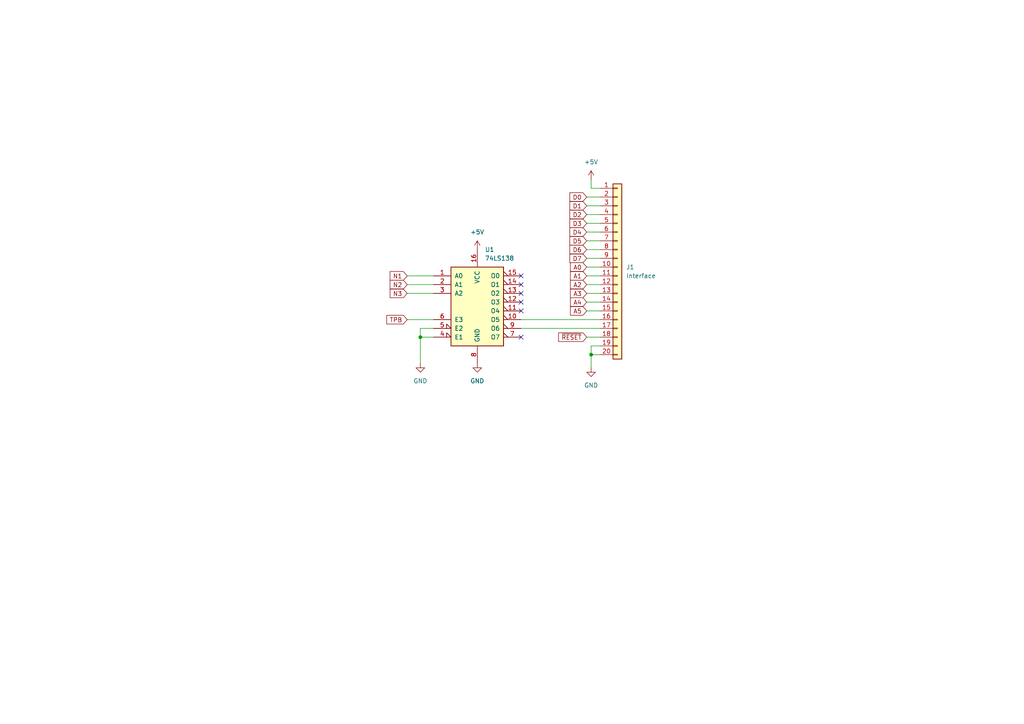
<source format=kicad_sch>
(kicad_sch (version 20231120) (generator "eeschema") (generator_version "8.0")
  (paper "A4")
  (lib_symbols
    (symbol "74xx:74LS138" (pin_names (offset 1.016))
      (property "Reference" "U" (at -7.62 11.43 0))
      (property "Value" "74LS138" (at -7.62 -13.97 0))
      (symbol "74LS138_1_0"
        (pin input line (at -12.7 7.62 0) (length 5.08) (name "A0") (number "1"))
        (pin output output_low (at 12.7 -5.08 180) (length 5.08) (name "O5") (number "10"))
        (pin output output_low (at 12.7 -2.54 180) (length 5.08) (name "O4") (number "11"))
        (pin output output_low (at 12.7 0 180) (length 5.08) (name "O3") (number "12"))
        (pin output output_low (at 12.7 2.54 180) (length 5.08) (name "O2") (number "13"))
        (pin output output_low (at 12.7 5.08 180) (length 5.08) (name "O1") (number "14"))
        (pin output output_low (at 12.7 7.62 180) (length 5.08) (name "O0") (number "15"))
        (pin power_in line (at 0 15.24 270) (length 5.08) (name "VCC") (number "16"))
        (pin input line (at -12.7 5.08 0) (length 5.08) (name "A1") (number "2"))
        (pin input line (at -12.7 2.54 0) (length 5.08) (name "A2") (number "3"))
        (pin input input_low (at -12.7 -10.16 0) (length 5.08) (name "E1") (number "4"))
        (pin input input_low (at -12.7 -7.62 0) (length 5.08) (name "E2") (number "5"))
        (pin input line (at -12.7 -5.08 0) (length 5.08) (name "E3") (number "6"))
        (pin output output_low (at 12.7 -10.16 180) (length 5.08) (name "O7") (number "7"))
        (pin power_in line (at 0 -17.78 90) (length 5.08) (name "GND") (number "8"))
        (pin output output_low (at 12.7 -7.62 180) (length 5.08) (name "O6") (number "9"))
      )
      (symbol "74LS138_1_1"
        (rectangle (start -7.62 10.16) (end 7.62 -12.7) (stroke (width 0.254)) (fill (type background)))
      )
    )
    (symbol "Connector_Generic:Conn_01x20" (pin_names (offset 1.016) hide)
      (property "Reference" "J" (at 0 25.4 0))
      (property "Value" "Conn_01x20" (at 0 -27.94 0))
      (symbol "Conn_01x20_1_1"
        (rectangle (start -1.27 -25.273) (end 0 -25.527) (stroke (width 0.1524)))
        (rectangle (start -1.27 -22.733) (end 0 -22.987) (stroke (width 0.1524)))
        (rectangle (start -1.27 -20.193) (end 0 -20.447) (stroke (width 0.1524)))
        (rectangle (start -1.27 -17.653) (end 0 -17.907) (stroke (width 0.1524)))
        (rectangle (start -1.27 -15.113) (end 0 -15.367) (stroke (width 0.1524)))
        (rectangle (start -1.27 -12.573) (end 0 -12.827) (stroke (width 0.1524)))
        (rectangle (start -1.27 -10.033) (end 0 -10.287) (stroke (width 0.1524)))
        (rectangle (start -1.27 -7.493) (end 0 -7.747) (stroke (width 0.1524)))
        (rectangle (start -1.27 -4.953) (end 0 -5.207) (stroke (width 0.1524)))
        (rectangle (start -1.27 -2.413) (end 0 -2.667) (stroke (width 0.1524)))
        (rectangle (start -1.27 0.127) (end 0 -0.127) (stroke (width 0.1524)))
        (rectangle (start -1.27 2.667) (end 0 2.413) (stroke (width 0.1524)))
        (rectangle (start -1.27 5.207) (end 0 4.953) (stroke (width 0.1524)))
        (rectangle (start -1.27 7.747) (end 0 7.493) (stroke (width 0.1524)))
        (rectangle (start -1.27 10.287) (end 0 10.033) (stroke (width 0.1524)))
        (rectangle (start -1.27 12.827) (end 0 12.573) (stroke (width 0.1524)))
        (rectangle (start -1.27 15.367) (end 0 15.113) (stroke (width 0.1524)))
        (rectangle (start -1.27 17.907) (end 0 17.653) (stroke (width 0.1524)))
        (rectangle (start -1.27 20.447) (end 0 20.193) (stroke (width 0.1524)))
        (rectangle (start -1.27 22.987) (end 0 22.733) (stroke (width 0.1524)))
        (rectangle (start -1.27 24.13) (end 1.27 -26.67) (stroke (width 0.254)) (fill (type background)))
        (pin passive line (at -5.08 22.86 0) (length 3.81) (name "Pin_1") (number "1"))
        (pin passive line (at -5.08 0 0) (length 3.81) (name "Pin_10") (number "10"))
        (pin passive line (at -5.08 -2.54 0) (length 3.81) (name "Pin_11") (number "11"))
        (pin passive line (at -5.08 -5.08 0) (length 3.81) (name "Pin_12") (number "12"))
        (pin passive line (at -5.08 -7.62 0) (length 3.81) (name "Pin_13") (number "13"))
        (pin passive line (at -5.08 -10.16 0) (length 3.81) (name "Pin_14") (number "14"))
        (pin passive line (at -5.08 -12.7 0) (length 3.81) (name "Pin_15") (number "15"))
        (pin passive line (at -5.08 -15.24 0) (length 3.81) (name "Pin_16") (number "16"))
        (pin passive line (at -5.08 -17.78 0) (length 3.81) (name "Pin_17") (number "17"))
        (pin passive line (at -5.08 -20.32 0) (length 3.81) (name "Pin_18") (number "18"))
        (pin passive line (at -5.08 -22.86 0) (length 3.81) (name "Pin_19") (number "19"))
        (pin passive line (at -5.08 20.32 0) (length 3.81) (name "Pin_2") (number "2"))
        (pin passive line (at -5.08 -25.4 0) (length 3.81) (name "Pin_20") (number "20"))
        (pin passive line (at -5.08 17.78 0) (length 3.81) (name "Pin_3") (number "3"))
        (pin passive line (at -5.08 15.24 0) (length 3.81) (name "Pin_4") (number "4"))
        (pin passive line (at -5.08 12.7 0) (length 3.81) (name "Pin_5") (number "5"))
        (pin passive line (at -5.08 10.16 0) (length 3.81) (name "Pin_6") (number "6"))
        (pin passive line (at -5.08 7.62 0) (length 3.81) (name "Pin_7") (number "7"))
        (pin passive line (at -5.08 5.08 0) (length 3.81) (name "Pin_8") (number "8"))
        (pin passive line (at -5.08 2.54 0) (length 3.81) (name "Pin_9") (number "9"))
      )
    )
    (symbol "power:+5V" (power) (pin_numbers hide) (pin_names (offset 0) hide)
      (property "Value" "+5V" (at 0 3.556 0))
      (symbol "+5V_0_1"
        (polyline (pts (xy -0.762 1.27) (xy 0 2.54)))
        (polyline (pts (xy 0 0) (xy 0 2.54)))
        (polyline (pts (xy 0 2.54) (xy 0.762 1.27)))
      )
      (symbol "+5V_1_1"
        (pin power_in line (at 0 0 90) (length 0) (name "~") (number "1"))
      )
    )
    (symbol "power:GND" (power) (pin_numbers hide) (pin_names (offset 0) hide)
      (property "Value" "GND" (at 0 -3.81 0))
      (symbol "GND_0_1"
        (polyline (pts (xy 0 0) (xy 0 -1.27) (xy 1.27 -1.27) (xy 0 -2.54) (xy -1.27 -1.27) (xy 0 -1.27)))
      )
      (symbol "GND_1_1"
        (pin power_in line (at 0 0 270) (length 0) (name "~") (number "1"))
      )
    )
  )
  (junction (at 121.92 97.79))
  (junction (at 171.45 102.87))
  (no_connect (at 151.13 80.01))
  (no_connect (at 151.13 85.09))
  (no_connect (at 151.13 87.63))
  (no_connect (at 151.13 82.55))
  (no_connect (at 151.13 90.17))
  (no_connect (at 151.13 97.79))
  (wire (pts (xy 121.92 97.79) (xy 125.73 97.79)))
  (wire (pts (xy 170.18 85.09) (xy 173.99 85.09)))
  (wire (pts (xy 170.18 67.31) (xy 173.99 67.31)))
  (wire (pts (xy 170.18 59.69) (xy 173.99 59.69)))
  (wire (pts (xy 171.45 100.33) (xy 173.99 100.33)))
  (wire (pts (xy 170.18 80.01) (xy 173.99 80.01)))
  (wire (pts (xy 170.18 69.85) (xy 173.99 69.85)))
  (wire (pts (xy 118.11 80.01) (xy 125.73 80.01)))
  (wire (pts (xy 151.13 95.25) (xy 173.99 95.25)))
  (wire (pts (xy 171.45 106.68) (xy 171.45 102.87)))
  (wire (pts (xy 170.18 90.17) (xy 173.99 90.17)))
  (wire (pts (xy 171.45 102.87) (xy 173.99 102.87)))
  (wire (pts (xy 170.18 62.23) (xy 173.99 62.23)))
  (wire (pts (xy 171.45 102.87) (xy 171.45 100.33)))
  (wire (pts (xy 170.18 57.15) (xy 173.99 57.15)))
  (wire (pts (xy 170.18 74.93) (xy 173.99 74.93)))
  (wire (pts (xy 121.92 95.25) (xy 125.73 95.25)))
  (wire (pts (xy 170.18 87.63) (xy 173.99 87.63)))
  (wire (pts (xy 121.92 105.41) (xy 121.92 97.79)))
  (wire (pts (xy 171.45 54.61) (xy 171.45 52.07)))
  (wire (pts (xy 173.99 54.61) (xy 171.45 54.61)))
  (wire (pts (xy 170.18 82.55) (xy 173.99 82.55)))
  (wire (pts (xy 118.11 92.71) (xy 125.73 92.71)))
  (wire (pts (xy 170.18 77.47) (xy 173.99 77.47)))
  (wire (pts (xy 118.11 82.55) (xy 125.73 82.55)))
  (wire (pts (xy 121.92 97.79) (xy 121.92 95.25)))
  (wire (pts (xy 151.13 92.71) (xy 173.99 92.71)))
  (wire (pts (xy 170.18 64.77) (xy 173.99 64.77)))
  (wire (pts (xy 118.11 85.09) (xy 125.73 85.09)))
  (wire (pts (xy 170.18 72.39) (xy 173.99 72.39)))
  (wire (pts (xy 170.18 97.79) (xy 173.99 97.79)))
  (global_label "A1" (shape input) (at 170.18 80.01 180) (property "Intersheetrefs" "${INTERSHEET_REFS}" (effects (hide yes))))
  (global_label "D1" (shape input) (at 170.18 59.69 180) (property "Intersheetrefs" "${INTERSHEET_REFS}" (effects (hide yes))))
  (global_label "D4" (shape input) (at 170.18 67.31 180) (property "Intersheetrefs" "${INTERSHEET_REFS}" (effects (hide yes))))
  (global_label "D5" (shape input) (at 170.18 69.85 180) (property "Intersheetrefs" "${INTERSHEET_REFS}" (effects (hide yes))))
  (global_label "D0" (shape input) (at 170.18 57.15 180) (property "Intersheetrefs" "${INTERSHEET_REFS}" (effects (hide yes))))
  (global_label "D2" (shape input) (at 170.18 62.23 180) (property "Intersheetrefs" "${INTERSHEET_REFS}" (effects (hide yes))))
  (global_label "D3" (shape input) (at 170.18 64.77 180) (property "Intersheetrefs" "${INTERSHEET_REFS}" (effects (hide yes))))
  (global_label "TPB" (shape input) (at 118.11 92.71 180) (property "Intersheetrefs" "${INTERSHEET_REFS}" (effects (hide yes))))
  (global_label "N2" (shape input) (at 118.11 82.55 180) (property "Intersheetrefs" "${INTERSHEET_REFS}" (effects (hide yes))))
  (global_label "N3" (shape input) (at 118.11 85.09 180) (property "Intersheetrefs" "${INTERSHEET_REFS}" (effects (hide yes))))
  (global_label "A4" (shape input) (at 170.18 87.63 180) (property "Intersheetrefs" "${INTERSHEET_REFS}" (effects (hide yes))))
  (global_label "D7" (shape input) (at 170.18 74.93 180) (property "Intersheetrefs" "${INTERSHEET_REFS}" (effects (hide yes))))
  (global_label "~{RESET}" (shape input) (at 170.18 97.79 180) (property "Intersheetrefs" "${INTERSHEET_REFS}" (effects (hide yes))))
  (global_label "A0" (shape input) (at 170.18 77.47 180) (property "Intersheetrefs" "${INTERSHEET_REFS}" (effects (hide yes))))
  (global_label "A3" (shape input) (at 170.18 85.09 180) (property "Intersheetrefs" "${INTERSHEET_REFS}" (effects (hide yes))))
  (global_label "A2" (shape input) (at 170.18 82.55 180) (property "Intersheetrefs" "${INTERSHEET_REFS}" (effects (hide yes))))
  (global_label "D6" (shape input) (at 170.18 72.39 180) (property "Intersheetrefs" "${INTERSHEET_REFS}" (effects (hide yes))))
  (global_label "A5" (shape input) (at 170.18 90.17 180) (property "Intersheetrefs" "${INTERSHEET_REFS}" (effects (hide yes))))
  (global_label "N1" (shape input) (at 118.11 80.01 180) (property "Intersheetrefs" "${INTERSHEET_REFS}" (effects (hide yes))))
  (symbol (lib_id "power:GND") (at 121.92 105.41 0) (unit 1)
    (property "Reference" "#PWR5" (effects (hide yes)))
    (property "Value" "GND" (at 121.92 110.49 0))
    (property "Description" "Power symbol creates a global label with name \"GND\" , ground" (effects (hide yes)))
  )
  (symbol (lib_id "Connector_Generic:Conn_01x20") (at 179.07 77.47 0) (unit 1)
    (property "Reference" "J1" (at 181.61 77.4699 0) (effects (justify left)))
    (property "Value" "Interface" (at 181.61 80.0099 0) (effects (justify left)))
    (property "Description" "Generic connector, single row, 01x20, script generated (kicad-library-utils/schlib/autogen/connector/)" (effects (hide yes)))
  )
  (symbol (lib_id "power:+5V") (at 171.45 52.07 0) (unit 1)
    (property "Reference" "#PWR4" (effects (hide yes)))
    (property "Value" "+5V" (at 171.45 46.99 0))
    (property "Description" "Power symbol creates a global label with name \"+5V\"" (effects (hide yes)))
  )
  (symbol (lib_id "power:+5V") (at 138.43 72.39 0) (unit 1)
    (property "Reference" "#PWR2" (effects (hide yes)))
    (property "Value" "+5V" (at 138.43 67.31 0))
    (property "Description" "Power symbol creates a global label with name \"+5V\"" (effects (hide yes)))
  )
  (symbol (lib_id "power:GND") (at 138.43 105.41 0) (unit 1)
    (property "Reference" "#PWR1" (effects (hide yes)))
    (property "Value" "GND" (at 138.43 110.49 0))
    (property "Description" "Power symbol creates a global label with name \"GND\" , ground" (effects (hide yes)))
  )
  (symbol (lib_id "power:GND") (at 171.45 106.68 0) (unit 1)
    (property "Reference" "#PWR3" (effects (hide yes)))
    (property "Value" "GND" (at 171.45 111.76 0))
    (property "Description" "Power symbol creates a global label with name \"GND\" , ground" (effects (hide yes)))
  )
  (symbol (lib_id "74xx:74LS138") (at 138.43 87.63 0) (unit 1)
    (property "Reference" "U1" (at 140.6241 72.39 0) (effects (justify left)))
    (property "Value" "74LS138" (at 140.6241 74.93 0) (effects (justify left)))
    (property "Datasheet" "http://www.ti.com/lit/gpn/sn74LS138" (effects (hide yes)))
    (property "Description" "Decoder 3 to 8 active low outputs" (effects (hide yes)))
  )
)
</source>
